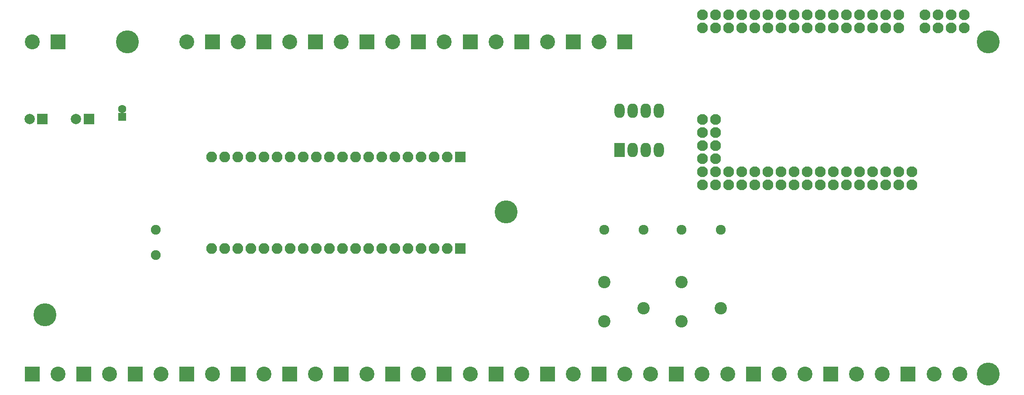
<source format=gbs>
G04 #@! TF.FileFunction,Soldermask,Bot*
%FSLAX46Y46*%
G04 Gerber Fmt 4.6, Leading zero omitted, Abs format (unit mm)*
G04 Created by KiCad (PCBNEW 4.0.7) date Thu Oct 12 07:51:30 2017*
%MOMM*%
%LPD*%
G01*
G04 APERTURE LIST*
%ADD10C,0.100000*%
%ADD11R,2.000000X2.000000*%
%ADD12C,2.000000*%
%ADD13R,1.600000X1.600000*%
%ADD14C,1.600000*%
%ADD15R,2.100000X2.100000*%
%ADD16O,2.100000X2.100000*%
%ADD17R,2.900000X2.900000*%
%ADD18C,2.900000*%
%ADD19C,1.920000*%
%ADD20C,2.400000*%
%ADD21R,2.000000X2.800000*%
%ADD22O,2.000000X2.800000*%
%ADD23C,2.100000*%
%ADD24C,1.900000*%
%ADD25C,4.464000*%
G04 APERTURE END LIST*
D10*
D11*
X18000000Y-109500000D03*
D12*
X15500000Y-109500000D03*
D11*
X27000000Y-109500000D03*
D12*
X24500000Y-109500000D03*
D13*
X33500000Y-109000000D03*
D14*
X33500000Y-107500000D03*
D15*
X99060000Y-116840000D03*
D16*
X96520000Y-116840000D03*
X93980000Y-116840000D03*
X91440000Y-116840000D03*
X88900000Y-116840000D03*
X86360000Y-116840000D03*
X83820000Y-116840000D03*
X81280000Y-116840000D03*
X78740000Y-116840000D03*
X76200000Y-116840000D03*
X73660000Y-116840000D03*
X71120000Y-116840000D03*
X68580000Y-116840000D03*
X66040000Y-116840000D03*
X63500000Y-116840000D03*
X60960000Y-116840000D03*
X58420000Y-116840000D03*
X55880000Y-116840000D03*
X53340000Y-116840000D03*
X50800000Y-116840000D03*
D15*
X99060000Y-134620000D03*
D16*
X96520000Y-134620000D03*
X93980000Y-134620000D03*
X91440000Y-134620000D03*
X88900000Y-134620000D03*
X86360000Y-134620000D03*
X83820000Y-134620000D03*
X81280000Y-134620000D03*
X78740000Y-134620000D03*
X76200000Y-134620000D03*
X73660000Y-134620000D03*
X71120000Y-134620000D03*
X68580000Y-134620000D03*
X66040000Y-134620000D03*
X63500000Y-134620000D03*
X60960000Y-134620000D03*
X58420000Y-134620000D03*
X55880000Y-134620000D03*
X53340000Y-134620000D03*
X50800000Y-134620000D03*
D17*
X16000000Y-159000000D03*
D18*
X21000000Y-159000000D03*
D17*
X36000000Y-159000000D03*
D18*
X41000000Y-159000000D03*
D17*
X21000000Y-94500000D03*
D18*
X16000000Y-94500000D03*
D17*
X131000000Y-94500000D03*
D18*
X126000000Y-94500000D03*
D17*
X46000000Y-159000000D03*
D18*
X51000000Y-159000000D03*
D17*
X86000000Y-159000000D03*
D18*
X91000000Y-159000000D03*
D17*
X121000000Y-94500000D03*
D18*
X116000000Y-94500000D03*
D17*
X81000000Y-94500000D03*
D18*
X76000000Y-94500000D03*
D17*
X56000000Y-159000000D03*
D18*
X61000000Y-159000000D03*
D17*
X96000000Y-159000000D03*
D18*
X101000000Y-159000000D03*
D17*
X111000000Y-94500000D03*
D18*
X106000000Y-94500000D03*
D17*
X71000000Y-94500000D03*
D18*
X66000000Y-94500000D03*
D17*
X66000000Y-159000000D03*
D18*
X71000000Y-159000000D03*
D17*
X106000000Y-159000000D03*
D18*
X111000000Y-159000000D03*
D17*
X101000000Y-94500000D03*
D18*
X96000000Y-94500000D03*
D17*
X61000000Y-94500000D03*
D18*
X56000000Y-94500000D03*
D17*
X76000000Y-159000000D03*
D18*
X81000000Y-159000000D03*
D17*
X116000000Y-159000000D03*
D18*
X121000000Y-159000000D03*
D17*
X91000000Y-94500000D03*
D18*
X86000000Y-94500000D03*
D17*
X51000000Y-94500000D03*
D18*
X46000000Y-94500000D03*
D17*
X26000000Y-159000000D03*
D18*
X31000000Y-159000000D03*
X166000000Y-159000000D03*
D17*
X156000000Y-159000000D03*
D18*
X161000000Y-159000000D03*
X181000000Y-159000000D03*
D17*
X171000000Y-159000000D03*
D18*
X176000000Y-159000000D03*
X196000000Y-159000000D03*
D17*
X186000000Y-159000000D03*
D18*
X191000000Y-159000000D03*
X136000000Y-159000000D03*
D17*
X126000000Y-159000000D03*
D18*
X131000000Y-159000000D03*
X151000000Y-159000000D03*
D17*
X141000000Y-159000000D03*
D18*
X146000000Y-159000000D03*
D19*
X127000000Y-131000000D03*
D20*
X127000000Y-141160000D03*
X127000000Y-148780000D03*
X134620000Y-146240000D03*
D19*
X134620000Y-131000000D03*
X142000000Y-131000000D03*
D20*
X142000000Y-141160000D03*
X142000000Y-148780000D03*
X149620000Y-146240000D03*
D19*
X149620000Y-131000000D03*
D21*
X130000000Y-115500000D03*
D22*
X137620000Y-107880000D03*
X132540000Y-115500000D03*
X135080000Y-107880000D03*
X135080000Y-115500000D03*
X132540000Y-107880000D03*
X137620000Y-115500000D03*
X130000000Y-107880000D03*
D23*
X184200000Y-91760000D03*
X184200000Y-89220000D03*
X181660000Y-91760000D03*
X181660000Y-89220000D03*
X179120000Y-91760000D03*
X179120000Y-89220000D03*
X176580000Y-91760000D03*
X176580000Y-89220000D03*
X174040000Y-91760000D03*
X174040000Y-89220000D03*
X171500000Y-91760000D03*
X171500000Y-89220000D03*
X168960000Y-91760000D03*
X168960000Y-89220000D03*
X166420000Y-91760000D03*
X166420000Y-89220000D03*
X163880000Y-91760000D03*
X163880000Y-89220000D03*
X161340000Y-91760000D03*
X161340000Y-89220000D03*
X158800000Y-91760000D03*
X158800000Y-89220000D03*
X156260000Y-91760000D03*
X156260000Y-89220000D03*
X153720000Y-91760000D03*
X153720000Y-89220000D03*
X151180000Y-91760000D03*
X151180000Y-89220000D03*
X148640000Y-91760000D03*
X148640000Y-89220000D03*
X146100000Y-91760000D03*
X146100000Y-89220000D03*
X189280000Y-91760000D03*
X189280000Y-89220000D03*
X191820000Y-89220000D03*
X191820000Y-91760000D03*
X194360000Y-91760000D03*
X194360000Y-89220000D03*
X196900000Y-89220000D03*
X196900000Y-91760000D03*
X146100000Y-109540000D03*
X148640000Y-109540000D03*
X148640000Y-112080000D03*
X146100000Y-112080000D03*
X146100000Y-114620000D03*
X148640000Y-114620000D03*
X148640000Y-117160000D03*
X146100000Y-117160000D03*
X146100000Y-119700000D03*
X148640000Y-119700000D03*
X151180000Y-119700000D03*
X153720000Y-119700000D03*
X156260000Y-119700000D03*
X158800000Y-119700000D03*
X161340000Y-119700000D03*
X163880000Y-119700000D03*
X166420000Y-119700000D03*
X168960000Y-119700000D03*
X171500000Y-119700000D03*
X174040000Y-119700000D03*
X176580000Y-119700000D03*
X179120000Y-119700000D03*
X181660000Y-119700000D03*
X184200000Y-119700000D03*
X186740000Y-119700000D03*
X186740000Y-122240000D03*
X184200000Y-122240000D03*
X181660000Y-122240000D03*
X179120000Y-122240000D03*
X176580000Y-122240000D03*
X174040000Y-122240000D03*
X171500000Y-122240000D03*
X168960000Y-122240000D03*
X166420000Y-122240000D03*
X163880000Y-122240000D03*
X161340000Y-122240000D03*
X158800000Y-122240000D03*
X156260000Y-122240000D03*
X153720000Y-122240000D03*
X151180000Y-122240000D03*
X148640000Y-122240000D03*
X146100000Y-122240000D03*
D24*
X40000000Y-131000000D03*
X40000000Y-135880000D03*
D25*
X18500000Y-147500000D03*
X201500000Y-159000000D03*
X34500000Y-94500000D03*
X108000000Y-127500000D03*
X201500000Y-94500000D03*
M02*

</source>
